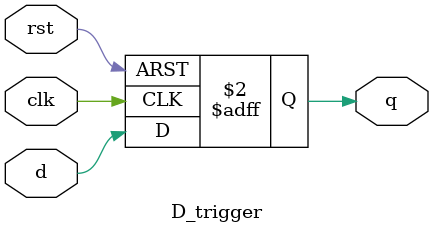
<source format=v>
`timescale 1ns / 1ps



module D_trigger(clk,d,rst,q);
    input d;
    input clk;
    input rst;
    output q;

    reg q;

    always @ (posedge clk,posedge rst)
    begin
        if(rst)//Òì²½¸´Î»ÐÅºÅ£¬¸úÊ±ÖÓÑØÎÞ¹Ø£¬Ö»Òª¸´Î»ÊÇ¸ßµçÆ½¾Í»á¸´Î»
            q <=0;
        else
            q <= d;//ÉÏÉýÑØÓÐÐ§µÄÊ±ºò£¬°Ñd²¶»ñµ½q
    end    

endmodule


</source>
